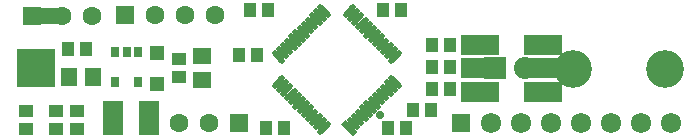
<source format=gts>
G04 (created by PCBNEW (2013-03-19 BZR 4004)-stable) date 24/05/2013 23:59:16*
%MOIN*%
G04 Gerber Fmt 3.4, Leading zero omitted, Abs format*
%FSLAX34Y34*%
G01*
G70*
G90*
G04 APERTURE LIST*
%ADD10C,0.006*%
%ADD11C,0.027574*%
%ADD12R,0.027874X0.037874*%
%ADD13R,0.046474X0.052874*%
%ADD14R,0.125974X0.125974*%
%ADD15C,0.125974*%
%ADD16R,0.062874X0.062874*%
%ADD17C,0.067874*%
%ADD18R,0.062974X0.062974*%
%ADD19C,0.062974*%
%ADD20C,0.062874*%
%ADD21R,0.042874X0.047874*%
%ADD22R,0.047874X0.042874*%
%ADD23C,0.019674*%
%ADD24R,0.125974X0.070874*%
%ADD25R,0.073874X0.073874*%
%ADD26C,0.073874*%
%ADD27R,0.067874X0.112874*%
%ADD28R,0.047274X0.047274*%
%ADD29R,0.052874X0.062874*%
%ADD30R,0.062874X0.052874*%
G04 APERTURE END LIST*
G54D10*
G54D11*
X49606Y-41299D03*
G54D12*
X41516Y-39185D03*
X40766Y-39185D03*
X41516Y-40185D03*
X41141Y-39185D03*
X40766Y-40185D03*
G54D13*
X38271Y-37992D03*
X38735Y-37992D03*
G54D14*
X38110Y-39724D03*
G54D15*
X56023Y-39763D03*
X59094Y-39763D03*
G54D16*
X52287Y-41535D03*
G54D17*
X53287Y-41535D03*
X54287Y-41535D03*
X55287Y-41535D03*
X56287Y-41535D03*
X57287Y-41535D03*
X58287Y-41535D03*
X59287Y-41535D03*
G54D18*
X41098Y-37952D03*
G54D19*
X42098Y-37952D03*
X43098Y-37952D03*
X44098Y-37952D03*
G54D16*
X44897Y-41535D03*
G54D20*
X43897Y-41535D03*
X42897Y-41535D03*
G54D16*
X37976Y-37992D03*
G54D20*
X38976Y-37992D03*
X39976Y-37992D03*
G54D21*
X51314Y-39685D03*
X51914Y-39685D03*
X45251Y-37795D03*
X45851Y-37795D03*
X51314Y-38937D03*
X51914Y-38937D03*
X51314Y-40433D03*
X51914Y-40433D03*
G54D22*
X37795Y-41156D03*
X37795Y-41756D03*
X39488Y-41756D03*
X39488Y-41156D03*
G54D10*
G36*
X48831Y-41837D02*
X48691Y-41976D01*
X48302Y-41587D01*
X48441Y-41448D01*
X48831Y-41837D01*
X48831Y-41837D01*
G37*
G54D23*
X48830Y-41699D02*
X48580Y-41448D01*
X48969Y-41559D02*
X48719Y-41309D01*
X49109Y-41420D02*
X48858Y-41170D01*
X49248Y-41281D02*
X48998Y-41030D01*
X49387Y-41141D02*
X49137Y-40891D01*
X49527Y-41002D02*
X49276Y-40752D01*
X49666Y-40863D02*
X49416Y-40613D01*
X49804Y-40724D02*
X49554Y-40474D01*
X49944Y-40585D02*
X49693Y-40335D01*
X50083Y-40446D02*
X49833Y-40195D01*
X50223Y-40307D02*
X49973Y-40057D01*
X50222Y-39220D02*
X49971Y-39470D01*
X50083Y-39081D02*
X49833Y-39331D01*
X49944Y-38942D02*
X49693Y-39192D01*
X49804Y-38802D02*
X49554Y-39053D01*
X49665Y-38663D02*
X49415Y-38913D01*
X49526Y-38524D02*
X49276Y-38774D01*
X49387Y-38384D02*
X49136Y-38635D01*
X49248Y-38246D02*
X48998Y-38496D01*
X49109Y-38107D02*
X48858Y-38357D01*
X48969Y-37967D02*
X48719Y-38218D01*
X48831Y-37829D02*
X48580Y-38079D01*
X48691Y-37689D02*
X48441Y-37940D01*
X47856Y-37939D02*
X47606Y-37689D01*
X47717Y-38078D02*
X47467Y-37828D01*
X47578Y-38218D02*
X47327Y-37967D01*
X47438Y-38357D02*
X47188Y-38107D01*
X47299Y-38496D02*
X47049Y-38246D01*
X47160Y-38635D02*
X46910Y-38385D01*
X47021Y-38775D02*
X46770Y-38524D01*
X46882Y-38913D02*
X46632Y-38663D01*
X46743Y-39053D02*
X46492Y-38802D01*
X46603Y-39192D02*
X46353Y-38942D01*
X46464Y-39331D02*
X46214Y-39081D01*
X46325Y-39471D02*
X46074Y-39220D01*
X46325Y-40055D02*
X46075Y-40306D01*
X46465Y-40195D02*
X46214Y-40445D01*
X46604Y-40334D02*
X46354Y-40584D01*
X46743Y-40473D02*
X46493Y-40724D01*
X46883Y-40613D02*
X46632Y-40863D01*
X47022Y-40752D02*
X46772Y-41002D01*
X47161Y-40890D02*
X46910Y-41141D01*
X47300Y-41030D02*
X47050Y-41280D01*
X47439Y-41169D02*
X47189Y-41419D01*
X47578Y-41308D02*
X47328Y-41559D01*
X47718Y-41448D02*
X47467Y-41698D01*
X47857Y-41587D02*
X47607Y-41837D01*
G54D24*
X55039Y-38937D03*
X55039Y-39724D03*
X55039Y-40511D03*
X52913Y-38937D03*
X52913Y-39724D03*
X52913Y-40511D03*
G54D25*
X53437Y-39724D03*
G54D26*
X54437Y-39724D03*
G54D27*
X41899Y-41377D03*
X40699Y-41377D03*
G54D28*
X42165Y-39212D03*
X42165Y-40236D03*
G54D29*
X39237Y-40008D03*
X40037Y-40008D03*
G54D30*
X43661Y-39324D03*
X43661Y-40124D03*
G54D21*
X39176Y-39095D03*
X39776Y-39095D03*
G54D22*
X42874Y-39424D03*
X42874Y-40024D03*
G54D21*
X49700Y-37795D03*
X50300Y-37795D03*
X45496Y-39291D03*
X44896Y-39291D03*
X46402Y-41732D03*
X45802Y-41732D03*
X49857Y-41732D03*
X50457Y-41732D03*
X50684Y-41102D03*
X51284Y-41102D03*
G54D22*
X38779Y-41756D03*
X38779Y-41156D03*
M02*

</source>
